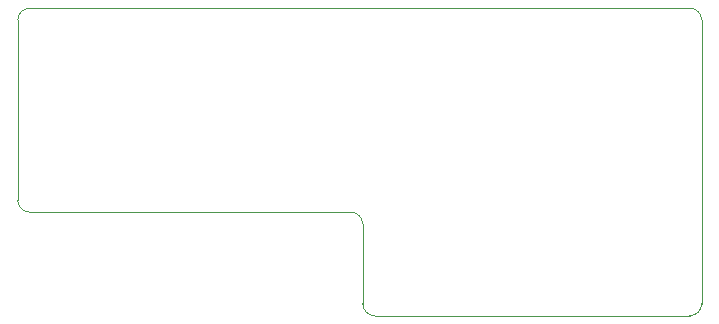
<source format=gm1>
G04 #@! TF.GenerationSoftware,KiCad,Pcbnew,7.0.2-0*
G04 #@! TF.CreationDate,2023-08-19T01:07:35+02:00*
G04 #@! TF.ProjectId,MegaCD,4d656761-4344-42e6-9b69-6361645f7063,rev?*
G04 #@! TF.SameCoordinates,Original*
G04 #@! TF.FileFunction,Profile,NP*
%FSLAX46Y46*%
G04 Gerber Fmt 4.6, Leading zero omitted, Abs format (unit mm)*
G04 Created by KiCad (PCBNEW 7.0.2-0) date 2023-08-19 01:07:35*
%MOMM*%
%LPD*%
G01*
G04 APERTURE LIST*
G04 #@! TA.AperFunction,Profile*
%ADD10C,0.100000*%
G04 #@! TD*
G04 APERTURE END LIST*
D10*
X175006000Y-105791000D02*
X175006000Y-129794000D01*
X118110000Y-104775000D02*
G75*
G03*
X117094000Y-105791000I0J-1016000D01*
G01*
X117094000Y-121031000D02*
X117094000Y-105791000D01*
X118110000Y-104775000D02*
X173990000Y-104775000D01*
X146304000Y-123063000D02*
X146304000Y-129794000D01*
X175006000Y-105791000D02*
G75*
G03*
X173990000Y-104775000I-1016000J0D01*
G01*
X117094000Y-121031000D02*
G75*
G03*
X118110000Y-122047000I1016000J0D01*
G01*
X147320000Y-130810000D02*
X173990000Y-130810000D01*
X118110000Y-122047000D02*
X145288000Y-122047000D01*
X146304000Y-123063000D02*
G75*
G03*
X145288000Y-122047000I-1016000J0D01*
G01*
X146304000Y-129794000D02*
G75*
G03*
X147320000Y-130810000I1016000J0D01*
G01*
X173990000Y-130810000D02*
G75*
G03*
X175006000Y-129794000I0J1016000D01*
G01*
M02*

</source>
